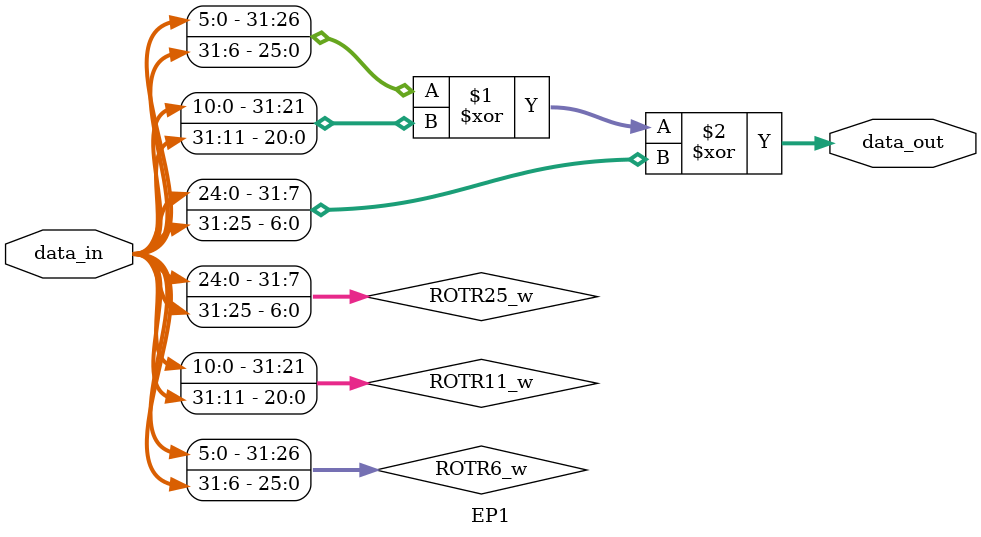
<source format=v>
`timescale 1ns / 1ps


module EP1 #(
    parameter DATA_WIDTH= 32
)
(
    input wire [DATA_WIDTH-1:0] data_in,

    output wire [DATA_WIDTH-1:0] data_out
);
wire [DATA_WIDTH-1:0] ROTR6_w, ROTR11_w, ROTR25_w;

assign ROTR6_w = {data_in[5:0],data_in[DATA_WIDTH-1:6]};
assign ROTR11_w ={data_in[10:0], data_in[DATA_WIDTH-1:11]};
assign ROTR25_w ={data_in[24:0], data_in[DATA_WIDTH-1:25]};

assign data_out= ROTR6_w ^ ROTR11_w ^ ROTR25_w;
endmodule

</source>
